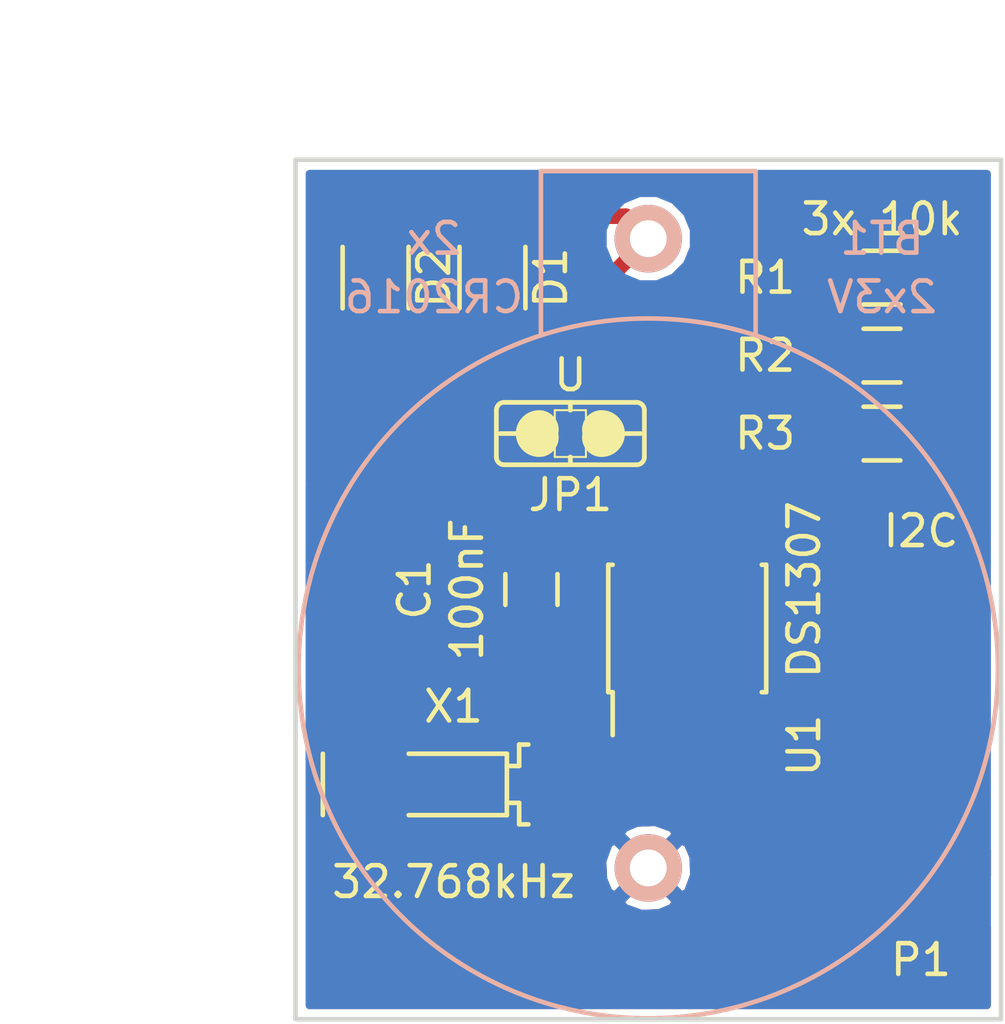
<source format=kicad_pcb>
(kicad_pcb (version 4) (host pcbnew 0.201508170901+6097~28~ubuntu14.04.1-product)

  (general
    (links 23)
    (no_connects 0)
    (area -9.999999 -4.85 23.175001 28.245001)
    (thickness 1.6)
    (drawings 9)
    (tracks 51)
    (zones 0)
    (modules 11)
    (nets 11)
  )

  (page A4)
  (layers
    (0 F.Cu signal)
    (31 B.Cu signal)
    (32 B.Adhes user)
    (33 F.Adhes user)
    (34 B.Paste user)
    (35 F.Paste user)
    (36 B.SilkS user)
    (37 F.SilkS user)
    (38 B.Mask user)
    (39 F.Mask user)
    (40 Dwgs.User user)
    (41 Cmts.User user)
    (42 Eco1.User user)
    (43 Eco2.User user)
    (44 Edge.Cuts user)
    (45 Margin user)
    (46 B.CrtYd user)
    (47 F.CrtYd user)
    (48 B.Fab user)
    (49 F.Fab user)
  )

  (setup
    (last_trace_width 0.25)
    (user_trace_width 0.2032)
    (user_trace_width 0.254)
    (user_trace_width 0.3048)
    (user_trace_width 0.3556)
    (user_trace_width 0.4064)
    (user_trace_width 0.4572)
    (user_trace_width 0.508)
    (trace_clearance 0.2)
    (zone_clearance 0.254)
    (zone_45_only no)
    (trace_min 0.2032)
    (segment_width 0.2)
    (edge_width 0.15)
    (via_size 0.6)
    (via_drill 0.4)
    (via_min_size 0.5)
    (via_min_drill 0.3)
    (user_via 0.5 0.3)
    (user_via 0.6 0.4)
    (uvia_size 0.3)
    (uvia_drill 0.1)
    (uvias_allowed no)
    (uvia_min_size 0)
    (uvia_min_drill 0)
    (pcb_text_width 0.3)
    (pcb_text_size 1.5 1.5)
    (mod_edge_width 0.15)
    (mod_text_size 1 1)
    (mod_text_width 0.15)
    (pad_size 1.524 1.524)
    (pad_drill 0.762)
    (pad_to_mask_clearance 0.2)
    (aux_axis_origin 0 0)
    (visible_elements FFFFFFFF)
    (pcbplotparams
      (layerselection 0x010f0_80000001)
      (usegerberextensions false)
      (excludeedgelayer true)
      (linewidth 0.100000)
      (plotframeref false)
      (viasonmask false)
      (mode 1)
      (useauxorigin false)
      (hpglpennumber 1)
      (hpglpenspeed 20)
      (hpglpendiameter 15)
      (hpglpenoverlay 2)
      (psnegative false)
      (psa4output false)
      (plotreference true)
      (plotvalue true)
      (plotinvisibletext false)
      (padsonsilk false)
      (subtractmaskfromsilk false)
      (outputformat 1)
      (mirror false)
      (drillshape 0)
      (scaleselection 1)
      (outputdirectory Gerber/))
  )

  (net 0 "")
  (net 1 GND)
  (net 2 +BATT)
  (net 3 "Net-(C1-Pad1)")
  (net 4 VCC)
  (net 5 "Net-(P1-Pad2)")
  (net 6 "Net-(P1-Pad3)")
  (net 7 "Net-(P1-Pad4)")
  (net 8 "Net-(U1-Pad1)")
  (net 9 "Net-(U1-Pad2)")
  (net 10 "Net-(D1-Pad1)")

  (net_class Default "Dies ist die voreingestellte Netzklasse."
    (clearance 0.2)
    (trace_width 0.25)
    (via_dia 0.6)
    (via_drill 0.4)
    (uvia_dia 0.3)
    (uvia_drill 0.1)
    (add_net +BATT)
    (add_net GND)
    (add_net "Net-(C1-Pad1)")
    (add_net "Net-(D1-Pad1)")
    (add_net "Net-(P1-Pad2)")
    (add_net "Net-(P1-Pad3)")
    (add_net "Net-(P1-Pad4)")
    (add_net "Net-(U1-Pad1)")
    (add_net "Net-(U1-Pad2)")
    (add_net VCC)
  )

  (module KZH-20:KZH-20 (layer B.Cu) (tedit 57534A82) (tstamp 573CB3C0)
    (at 11.5 2.57 90)
    (path /573CB2A4)
    (fp_text reference BT1 (at 0 7.62 360) (layer B.SilkS)
      (effects (font (size 1 1) (thickness 0.15)) (justify mirror))
    )
    (fp_text value 2x3V (at -1.905 7.62 180) (layer B.SilkS)
      (effects (font (size 1 1) (thickness 0.15)) (justify mirror))
    )
    (fp_line (start 2.2 -3.5) (end -3.1 -3.5) (layer B.SilkS) (width 0.15))
    (fp_line (start 2.2 3.5) (end -3.1 3.5) (layer B.SilkS) (width 0.15))
    (fp_line (start 2.2 3.5) (end 2.2 -3.5) (layer B.SilkS) (width 0.15))
    (fp_circle (center -14 0) (end -25.4 0) (layer B.SilkS) (width 0.15))
    (pad 2 thru_hole circle (at -20.5 0 90) (size 2.2 2.2) (drill 1.2) (layers *.Cu *.Mask B.SilkS)
      (net 1 GND))
    (pad 1 thru_hole circle (at 0 0 90) (size 2.2 2.2) (drill 1.2) (layers *.Cu *.Mask B.SilkS)
      (net 2 +BATT))
  )

  (module Capacitors_SMD:C_0805_HandSoldering (layer F.Cu) (tedit 57534862) (tstamp 573CB3C6)
    (at 7.69 14 270)
    (descr "Capacitor SMD 0805, hand soldering")
    (tags "capacitor 0805")
    (path /573C9939)
    (attr smd)
    (fp_text reference C1 (at 0 3.81 270) (layer F.SilkS)
      (effects (font (size 1 1) (thickness 0.15)))
    )
    (fp_text value 100nF (at 0 2.1 270) (layer F.SilkS)
      (effects (font (size 1 1) (thickness 0.15)))
    )
    (fp_line (start -2.3 -1) (end 2.3 -1) (layer F.CrtYd) (width 0.05))
    (fp_line (start -2.3 1) (end 2.3 1) (layer F.CrtYd) (width 0.05))
    (fp_line (start -2.3 -1) (end -2.3 1) (layer F.CrtYd) (width 0.05))
    (fp_line (start 2.3 -1) (end 2.3 1) (layer F.CrtYd) (width 0.05))
    (fp_line (start 0.5 -0.85) (end -0.5 -0.85) (layer F.SilkS) (width 0.15))
    (fp_line (start -0.5 0.85) (end 0.5 0.85) (layer F.SilkS) (width 0.15))
    (pad 1 smd rect (at -1.25 0 270) (size 1.5 1.25) (layers F.Cu F.Paste F.Mask)
      (net 3 "Net-(C1-Pad1)"))
    (pad 2 smd rect (at 1.25 0 270) (size 1.5 1.25) (layers F.Cu F.Paste F.Mask)
      (net 1 GND))
    (model Capacitors_SMD.3dshapes/C_0805_HandSoldering.wrl
      (at (xyz 0 0 0))
      (scale (xyz 1 1 1))
      (rotate (xyz 0 0 0))
    )
  )

  (module Resistors_SMD:R_0805_HandSoldering (layer F.Cu) (tedit 57534A1D) (tstamp 573CB3DB)
    (at 19.12 3.84 180)
    (descr "Resistor SMD 0805, hand soldering")
    (tags "resistor 0805")
    (path /573C9691)
    (attr smd)
    (fp_text reference R1 (at 3.81 0 180) (layer F.SilkS)
      (effects (font (size 1 1) (thickness 0.15)))
    )
    (fp_text value 10k (at 0 0 180) (layer F.Fab)
      (effects (font (size 1 1) (thickness 0.15)))
    )
    (fp_line (start -2.4 -1) (end 2.4 -1) (layer F.CrtYd) (width 0.05))
    (fp_line (start -2.4 1) (end 2.4 1) (layer F.CrtYd) (width 0.05))
    (fp_line (start -2.4 -1) (end -2.4 1) (layer F.CrtYd) (width 0.05))
    (fp_line (start 2.4 -1) (end 2.4 1) (layer F.CrtYd) (width 0.05))
    (fp_line (start 0.6 0.875) (end -0.6 0.875) (layer F.SilkS) (width 0.15))
    (fp_line (start -0.6 -0.875) (end 0.6 -0.875) (layer F.SilkS) (width 0.15))
    (pad 1 smd rect (at -1.35 0 180) (size 1.5 1.3) (layers F.Cu F.Paste F.Mask)
      (net 4 VCC))
    (pad 2 smd rect (at 1.35 0 180) (size 1.5 1.3) (layers F.Cu F.Paste F.Mask)
      (net 7 "Net-(P1-Pad4)"))
    (model Resistors_SMD.3dshapes/R_0805_HandSoldering.wrl
      (at (xyz 0 0 0))
      (scale (xyz 1 1 1))
      (rotate (xyz 0 0 0))
    )
  )

  (module Resistors_SMD:R_0805_HandSoldering (layer F.Cu) (tedit 57534A1A) (tstamp 573CB3E1)
    (at 19.12 6.38 180)
    (descr "Resistor SMD 0805, hand soldering")
    (tags "resistor 0805")
    (path /573C966D)
    (attr smd)
    (fp_text reference R2 (at 3.81 0 180) (layer F.SilkS)
      (effects (font (size 1 1) (thickness 0.15)))
    )
    (fp_text value 10k (at 0 0 180) (layer F.Fab)
      (effects (font (size 1 1) (thickness 0.15)))
    )
    (fp_line (start -2.4 -1) (end 2.4 -1) (layer F.CrtYd) (width 0.05))
    (fp_line (start -2.4 1) (end 2.4 1) (layer F.CrtYd) (width 0.05))
    (fp_line (start -2.4 -1) (end -2.4 1) (layer F.CrtYd) (width 0.05))
    (fp_line (start 2.4 -1) (end 2.4 1) (layer F.CrtYd) (width 0.05))
    (fp_line (start 0.6 0.875) (end -0.6 0.875) (layer F.SilkS) (width 0.15))
    (fp_line (start -0.6 -0.875) (end 0.6 -0.875) (layer F.SilkS) (width 0.15))
    (pad 1 smd rect (at -1.35 0 180) (size 1.5 1.3) (layers F.Cu F.Paste F.Mask)
      (net 4 VCC))
    (pad 2 smd rect (at 1.35 0 180) (size 1.5 1.3) (layers F.Cu F.Paste F.Mask)
      (net 6 "Net-(P1-Pad3)"))
    (model Resistors_SMD.3dshapes/R_0805_HandSoldering.wrl
      (at (xyz 0 0 0))
      (scale (xyz 1 1 1))
      (rotate (xyz 0 0 0))
    )
  )

  (module Resistors_SMD:R_0805_HandSoldering (layer F.Cu) (tedit 57534A17) (tstamp 573CB3E7)
    (at 19.12 8.92 180)
    (descr "Resistor SMD 0805, hand soldering")
    (tags "resistor 0805")
    (path /573C95EE)
    (attr smd)
    (fp_text reference R3 (at 3.81 0 180) (layer F.SilkS)
      (effects (font (size 1 1) (thickness 0.15)))
    )
    (fp_text value 10k (at 0 0 180) (layer F.Fab)
      (effects (font (size 1 1) (thickness 0.15)))
    )
    (fp_line (start -2.4 -1) (end 2.4 -1) (layer F.CrtYd) (width 0.05))
    (fp_line (start -2.4 1) (end 2.4 1) (layer F.CrtYd) (width 0.05))
    (fp_line (start -2.4 -1) (end -2.4 1) (layer F.CrtYd) (width 0.05))
    (fp_line (start 2.4 -1) (end 2.4 1) (layer F.CrtYd) (width 0.05))
    (fp_line (start 0.6 0.875) (end -0.6 0.875) (layer F.SilkS) (width 0.15))
    (fp_line (start -0.6 -0.875) (end 0.6 -0.875) (layer F.SilkS) (width 0.15))
    (pad 1 smd rect (at -1.35 0 180) (size 1.5 1.3) (layers F.Cu F.Paste F.Mask)
      (net 4 VCC))
    (pad 2 smd rect (at 1.35 0 180) (size 1.5 1.3) (layers F.Cu F.Paste F.Mask)
      (net 5 "Net-(P1-Pad2)"))
    (model Resistors_SMD.3dshapes/R_0805_HandSoldering.wrl
      (at (xyz 0 0 0))
      (scale (xyz 1 1 1))
      (rotate (xyz 0 0 0))
    )
  )

  (module Housings_SOIC:SOIC-8_3.9x4.9mm_Pitch1.27mm (layer F.Cu) (tedit 5753481D) (tstamp 573CB3F3)
    (at 12.77 15.27 90)
    (descr "8-Lead Plastic Small Outline (SN) - Narrow, 3.90 mm Body [SOIC] (see Microchip Packaging Specification 00000049BS.pdf)")
    (tags "SOIC 1.27")
    (path /573C94F0)
    (attr smd)
    (fp_text reference U1 (at -3.81 3.81 90) (layer F.SilkS)
      (effects (font (size 1 1) (thickness 0.15)))
    )
    (fp_text value DS1307 (at 1.27 3.81 90) (layer F.SilkS)
      (effects (font (size 1 1) (thickness 0.15)))
    )
    (fp_line (start -3.75 -2.75) (end -3.75 2.75) (layer F.CrtYd) (width 0.05))
    (fp_line (start 3.75 -2.75) (end 3.75 2.75) (layer F.CrtYd) (width 0.05))
    (fp_line (start -3.75 -2.75) (end 3.75 -2.75) (layer F.CrtYd) (width 0.05))
    (fp_line (start -3.75 2.75) (end 3.75 2.75) (layer F.CrtYd) (width 0.05))
    (fp_line (start -2.075 -2.575) (end -2.075 -2.43) (layer F.SilkS) (width 0.15))
    (fp_line (start 2.075 -2.575) (end 2.075 -2.43) (layer F.SilkS) (width 0.15))
    (fp_line (start 2.075 2.575) (end 2.075 2.43) (layer F.SilkS) (width 0.15))
    (fp_line (start -2.075 2.575) (end -2.075 2.43) (layer F.SilkS) (width 0.15))
    (fp_line (start -2.075 -2.575) (end 2.075 -2.575) (layer F.SilkS) (width 0.15))
    (fp_line (start -2.075 2.575) (end 2.075 2.575) (layer F.SilkS) (width 0.15))
    (fp_line (start -2.075 -2.43) (end -3.475 -2.43) (layer F.SilkS) (width 0.15))
    (pad 1 smd rect (at -2.7 -1.905 90) (size 1.55 0.6) (layers F.Cu F.Paste F.Mask)
      (net 8 "Net-(U1-Pad1)"))
    (pad 2 smd rect (at -2.7 -0.635 90) (size 1.55 0.6) (layers F.Cu F.Paste F.Mask)
      (net 9 "Net-(U1-Pad2)"))
    (pad 3 smd rect (at -2.7 0.635 90) (size 1.55 0.6) (layers F.Cu F.Paste F.Mask)
      (net 1 GND))
    (pad 4 smd rect (at -2.7 1.905 90) (size 1.55 0.6) (layers F.Cu F.Paste F.Mask)
      (net 1 GND))
    (pad 5 smd rect (at 2.7 1.905 90) (size 1.55 0.6) (layers F.Cu F.Paste F.Mask)
      (net 5 "Net-(P1-Pad2)"))
    (pad 6 smd rect (at 2.7 0.635 90) (size 1.55 0.6) (layers F.Cu F.Paste F.Mask)
      (net 6 "Net-(P1-Pad3)"))
    (pad 7 smd rect (at 2.7 -0.635 90) (size 1.55 0.6) (layers F.Cu F.Paste F.Mask)
      (net 7 "Net-(P1-Pad4)"))
    (pad 8 smd rect (at 2.7 -1.905 90) (size 1.55 0.6) (layers F.Cu F.Paste F.Mask)
      (net 3 "Net-(C1-Pad1)"))
    (model Housings_SOIC.3dshapes/SOIC-8_3.9x4.9mm_Pitch1.27mm.wrl
      (at (xyz 0 0 0))
      (scale (xyz 1 1 1))
      (rotate (xyz 0 0 0))
    )
  )

  (module MS1V-T1K:MS1V-T1K (layer F.Cu) (tedit 57534838) (tstamp 573CB3FA)
    (at 7.69 20.35)
    (path /573CB5EB)
    (fp_text reference X1 (at -2.54 -2.54 180) (layer F.SilkS)
      (effects (font (size 1 1) (thickness 0.15)))
    )
    (fp_text value 32.768kHz (at -2.54 3.175) (layer F.SilkS)
      (effects (font (size 1 1) (thickness 0.15)))
    )
    (fp_line (start -0.1 1.3) (end -0.4 1.3) (layer F.SilkS) (width 0.15))
    (fp_line (start -0.4 1.3) (end -0.4 0.6) (layer F.SilkS) (width 0.15))
    (fp_line (start -0.4 0.6) (end -0.8 0.6) (layer F.SilkS) (width 0.15))
    (fp_line (start -0.1 -1.3) (end -0.4 -1.3) (layer F.SilkS) (width 0.15))
    (fp_line (start -0.4 -1.3) (end -0.4 -0.6) (layer F.SilkS) (width 0.15))
    (fp_line (start -0.4 -0.6) (end -0.8 -0.6) (layer F.SilkS) (width 0.15))
    (fp_line (start -0.8 -1) (end -0.8 1) (layer F.SilkS) (width 0.15))
    (fp_line (start -4 1) (end -0.8 1) (layer F.SilkS) (width 0.15))
    (fp_line (start -4 -1) (end -0.8 -1) (layer F.SilkS) (width 0.15))
    (fp_line (start -6.8 -1) (end -6.8 1) (layer F.SilkS) (width 0.15))
    (pad 1 smd rect (at 0.8 1.3) (size 1.6 1) (layers F.Cu F.Paste F.Mask)
      (net 9 "Net-(U1-Pad2)"))
    (pad 2 smd rect (at 0.8 -1.3) (size 1.6 1) (layers F.Cu F.Paste F.Mask)
      (net 8 "Net-(U1-Pad1)"))
    (pad 3 smd rect (at -5.45 0) (size 2.5 3) (layers F.Cu F.Paste F.Mask)
      (net 1 GND))
  )

  (module SMD:SMD_05-4mm (layer F.Cu) (tedit 575347EF) (tstamp 57533283)
    (at 20.39 14)
    (path /573CA839)
    (fp_text reference P1 (at 0 12.065) (layer F.SilkS)
      (effects (font (size 1 1) (thickness 0.15)))
    )
    (fp_text value I2C (at 0 -1.905) (layer F.SilkS)
      (effects (font (size 1 1) (thickness 0.15)))
    )
    (pad 5 connect rect (at 0 10.16) (size 4 1) (layers F.Cu F.Mask)
      (net 1 GND))
    (pad 4 connect rect (at 0 7.62) (size 4 1) (layers F.Cu F.Mask)
      (net 7 "Net-(P1-Pad4)"))
    (pad 3 connect rect (at 0 5.08) (size 4 1) (layers F.Cu F.Mask)
      (net 6 "Net-(P1-Pad3)"))
    (pad 2 connect rect (at 0 2.54) (size 4 1) (layers F.Cu F.Mask)
      (net 5 "Net-(P1-Pad2)"))
    (pad 1 connect rect (at 0 0) (size 4 1) (layers F.Cu F.Mask)
      (net 4 VCC))
  )

  (module Footprints:SJ_2 (layer F.Cu) (tedit 57534C95) (tstamp 57533496)
    (at 8.96 8.92 180)
    (descr "SOLDER JUMPER")
    (tags "SOLDER JUMPER")
    (path /57526D20)
    (attr smd)
    (fp_text reference JP1 (at 0 -2 180) (layer F.SilkS)
      (effects (font (size 1 1) (thickness 0.15)))
    )
    (fp_text value U (at 0 1.905 180) (layer F.SilkS)
      (effects (font (size 1 1) (thickness 0.15)))
    )
    (fp_line (start -0.508 0.762) (end 0.508 0.762) (layer F.SilkS) (width 0.06604))
    (fp_line (start 0.508 0.762) (end 0.508 -0.762) (layer F.SilkS) (width 0.06604))
    (fp_line (start -0.508 -0.762) (end 0.508 -0.762) (layer F.SilkS) (width 0.06604))
    (fp_line (start -0.508 0.762) (end -0.508 -0.762) (layer F.SilkS) (width 0.06604))
    (fp_line (start 2.159 1.016) (end -2.159 1.016) (layer F.SilkS) (width 0.1524))
    (fp_line (start 2.413 0.762) (end 2.413 -0.762) (layer F.SilkS) (width 0.1524))
    (fp_line (start -2.413 0.762) (end -2.413 -0.762) (layer F.SilkS) (width 0.1524))
    (fp_line (start -2.159 -1.016) (end 2.159 -1.016) (layer F.SilkS) (width 0.1524))
    (fp_line (start 1.778 0) (end 2.286 0) (layer F.SilkS) (width 0.1524))
    (fp_line (start -1.778 0) (end -2.286 0) (layer F.SilkS) (width 0.1524))
    (fp_line (start 0 -0.762) (end 0 -1.016) (layer F.SilkS) (width 0.1524))
    (fp_line (start 0 1.016) (end 0 0.762) (layer F.SilkS) (width 0.1524))
    (fp_arc (start 2.159 -0.762) (end 2.159 -1.016) (angle 90) (layer F.SilkS) (width 0.1524))
    (fp_arc (start -2.159 -0.762) (end -2.413 -0.762) (angle 90) (layer F.SilkS) (width 0.1524))
    (fp_arc (start -2.159 0.762) (end -2.159 1.016) (angle 90) (layer F.SilkS) (width 0.1524))
    (fp_arc (start 2.159 0.762) (end 2.413 0.762) (angle 90) (layer F.SilkS) (width 0.1524))
    (fp_arc (start 1.016 0) (end 1.016 -0.127) (angle 180) (layer F.SilkS) (width 1.27))
    (fp_arc (start -1.016 0) (end -1.016 0.127) (angle 180) (layer F.SilkS) (width 1.27))
    (pad 1 smd rect (at -1.524 0 180) (size 1.1684 1.6002) (layers F.Cu F.Paste F.Mask)
      (net 2 +BATT))
    (pad 2 smd rect (at 0 0 180) (size 1.1684 1.6002) (layers F.Cu F.Paste F.Mask)
      (net 10 "Net-(D1-Pad1)"))
    (pad 3 smd rect (at 1.524 0 180) (size 1.1684 1.6002) (layers F.Cu F.Paste F.Mask)
      (net 3 "Net-(C1-Pad1)"))
  )

  (module Resistors_SMD:R_1206_HandSoldering (layer F.Cu) (tedit 575349BD) (tstamp 57533F45)
    (at 6.42 3.84 90)
    (descr "Resistor SMD 1206, hand soldering")
    (tags "resistor 1206")
    (path /573CA5BE)
    (attr smd)
    (fp_text reference D1 (at 0 1.905 270) (layer F.SilkS)
      (effects (font (size 1 1) (thickness 0.15)))
    )
    (fp_text value 0.7V (at 0 0 90) (layer F.Fab)
      (effects (font (size 1 1) (thickness 0.15)))
    )
    (fp_line (start -3.3 -1.2) (end 3.3 -1.2) (layer F.CrtYd) (width 0.05))
    (fp_line (start -3.3 1.2) (end 3.3 1.2) (layer F.CrtYd) (width 0.05))
    (fp_line (start -3.3 -1.2) (end -3.3 1.2) (layer F.CrtYd) (width 0.05))
    (fp_line (start 3.3 -1.2) (end 3.3 1.2) (layer F.CrtYd) (width 0.05))
    (fp_line (start 1 1.075) (end -1 1.075) (layer F.SilkS) (width 0.15))
    (fp_line (start -1 -1.075) (end 1 -1.075) (layer F.SilkS) (width 0.15))
    (pad 1 smd rect (at -2 0 90) (size 2 1.7) (layers F.Cu F.Paste F.Mask)
      (net 10 "Net-(D1-Pad1)"))
    (pad 2 smd rect (at 2 0 90) (size 2 1.7) (layers F.Cu F.Paste F.Mask)
      (net 2 +BATT))
    (model Resistors_SMD.3dshapes/R_1206_HandSoldering.wrl
      (at (xyz 0 0 0))
      (scale (xyz 1 1 1))
      (rotate (xyz 0 0 0))
    )
  )

  (module Resistors_SMD:R_1206_HandSoldering (layer F.Cu) (tedit 575349C1) (tstamp 57533F4A)
    (at 2.61 3.84 90)
    (descr "Resistor SMD 1206, hand soldering")
    (tags "resistor 1206")
    (path /574F2753)
    (attr smd)
    (fp_text reference D2 (at 0 1.905 270) (layer F.SilkS)
      (effects (font (size 1 1) (thickness 0.15)))
    )
    (fp_text value 0.7V (at 0 0 90) (layer F.Fab)
      (effects (font (size 1 1) (thickness 0.15)))
    )
    (fp_line (start -3.3 -1.2) (end 3.3 -1.2) (layer F.CrtYd) (width 0.05))
    (fp_line (start -3.3 1.2) (end 3.3 1.2) (layer F.CrtYd) (width 0.05))
    (fp_line (start -3.3 -1.2) (end -3.3 1.2) (layer F.CrtYd) (width 0.05))
    (fp_line (start 3.3 -1.2) (end 3.3 1.2) (layer F.CrtYd) (width 0.05))
    (fp_line (start 1 1.075) (end -1 1.075) (layer F.SilkS) (width 0.15))
    (fp_line (start -1 -1.075) (end 1 -1.075) (layer F.SilkS) (width 0.15))
    (pad 1 smd rect (at -2 0 90) (size 2 1.7) (layers F.Cu F.Paste F.Mask)
      (net 3 "Net-(C1-Pad1)"))
    (pad 2 smd rect (at 2 0 90) (size 2 1.7) (layers F.Cu F.Paste F.Mask)
      (net 10 "Net-(D1-Pad1)"))
    (model Resistors_SMD.3dshapes/R_1206_HandSoldering.wrl
      (at (xyz 0 0 0))
      (scale (xyz 1 1 1))
      (rotate (xyz 0 0 0))
    )
  )

  (dimension 28 (width 0.3) (layer Eco1.User)
    (gr_text "28,000 mm" (at -3.35 14 90) (layer Eco1.User) (tstamp 57545753)
      (effects (font (size 1.5 1.5) (thickness 0.3)))
    )
    (feature1 (pts (xy 0 0) (xy -4.7 0)))
    (feature2 (pts (xy 0 28) (xy -4.7 28)))
    (crossbar (pts (xy -2 28) (xy -2 0)))
    (arrow1a (pts (xy -2 0) (xy -1.413579 1.126504)))
    (arrow1b (pts (xy -2 0) (xy -2.586421 1.126504)))
    (arrow2a (pts (xy -2 28) (xy -1.413579 26.873496)))
    (arrow2b (pts (xy -2 28) (xy -2.586421 26.873496)))
  )
  (dimension 23 (width 0.3) (layer Eco1.User)
    (gr_text "23,000 mm" (at 11.5 -3.35) (layer Eco1.User)
      (effects (font (size 1.5 1.5) (thickness 0.3)))
    )
    (feature1 (pts (xy 23 0) (xy 23 -4.7)))
    (feature2 (pts (xy 0 0) (xy 0 -4.7)))
    (crossbar (pts (xy 0 -2) (xy 23 -2)))
    (arrow1a (pts (xy 23 -2) (xy 21.873496 -1.413579)))
    (arrow1b (pts (xy 23 -2) (xy 21.873496 -2.586421)))
    (arrow2a (pts (xy 0 -2) (xy 1.126504 -1.413579)))
    (arrow2b (pts (xy 0 -2) (xy 1.126504 -2.586421)))
  )
  (gr_line (start 0 28) (end 0 0) (angle 90) (layer Edge.Cuts) (width 0.15))
  (gr_line (start 23 28) (end 0 28) (angle 90) (layer Edge.Cuts) (width 0.15))
  (gr_line (start 23 0) (end 23 28) (angle 90) (layer Edge.Cuts) (width 0.15))
  (gr_line (start 0 0) (end 23 0) (angle 90) (layer Edge.Cuts) (width 0.15))
  (gr_text 2x (at 4.515 2.57) (layer B.SilkS)
    (effects (font (size 1 1) (thickness 0.15)) (justify mirror))
  )
  (gr_text CR2016 (at 4.515 4.475) (layer B.SilkS)
    (effects (font (size 1 1) (thickness 0.15)) (justify mirror))
  )
  (gr_text "3x 10k" (at 19.12 1.935) (layer F.SilkS)
    (effects (font (size 1 1) (thickness 0.15)))
  )

  (segment (start 6.42 1.84) (end 10.77 1.84) (width 0.508) (layer F.Cu) (net 2))
  (segment (start 10.77 1.84) (end 11.5 2.57) (width 0.508) (layer F.Cu) (net 2) (tstamp 575346A5))
  (segment (start 11.5 2.57) (end 10.484 3.586) (width 0.508) (layer F.Cu) (net 2))
  (segment (start 10.484 3.586) (end 10.484 8.92) (width 0.508) (layer F.Cu) (net 2) (tstamp 575346A0))
  (segment (start 7.436 8.92) (end 7.69 9.174) (width 0.508) (layer F.Cu) (net 3))
  (segment (start 7.69 9.174) (end 7.69 12.75) (width 0.508) (layer F.Cu) (net 3) (tstamp 57534223))
  (segment (start 2.61 5.84) (end 5.69 8.92) (width 0.508) (layer F.Cu) (net 3))
  (segment (start 5.69 8.92) (end 7.436 8.92) (width 0.508) (layer F.Cu) (net 3) (tstamp 57534220))
  (segment (start 10.865 12.57) (end 7.87 12.57) (width 0.508) (layer F.Cu) (net 3))
  (segment (start 7.87 12.57) (end 7.69 12.75) (width 0.508) (layer F.Cu) (net 3) (tstamp 5753418E))
  (segment (start 20.47 3.84) (end 20.47 6.38) (width 0.508) (layer F.Cu) (net 4))
  (segment (start 20.47 6.38) (end 20.47 8.92) (width 0.508) (layer F.Cu) (net 4) (tstamp 57534146))
  (segment (start 20.47 8.92) (end 20.39 9) (width 0.508) (layer F.Cu) (net 4) (tstamp 57534147))
  (segment (start 20.39 9) (end 20.39 14) (width 0.508) (layer F.Cu) (net 4) (tstamp 57534148))
  (segment (start 14.675 12.57) (end 14.675 10.19) (width 0.508) (layer F.Cu) (net 5))
  (segment (start 15.945 8.92) (end 17.77 8.92) (width 0.508) (layer F.Cu) (net 5) (tstamp 57534131))
  (segment (start 14.675 10.19) (end 15.945 8.92) (width 0.508) (layer F.Cu) (net 5) (tstamp 5753412A))
  (segment (start 20.39 16.54) (end 17.85 16.54) (width 0.508) (layer F.Cu) (net 5))
  (segment (start 14.675 13.365) (end 14.675 12.57) (width 0.508) (layer F.Cu) (net 5) (tstamp 575340E7))
  (segment (start 17.85 16.54) (end 14.675 13.365) (width 0.508) (layer F.Cu) (net 5) (tstamp 575340E6))
  (segment (start 20.39 19.08) (end 17.85 19.08) (width 0.508) (layer F.Cu) (net 6))
  (segment (start 17.215 18.445) (end 17.215 17.175) (width 0.508) (layer F.Cu) (net 6) (tstamp 575345D0))
  (segment (start 17.85 19.08) (end 17.215 18.445) (width 0.508) (layer F.Cu) (net 6) (tstamp 575345CD))
  (segment (start 19.12 19.08) (end 20.39 19.08) (width 0.508) (layer F.Cu) (net 6) (tstamp 5753458C))
  (segment (start 13.405 12.57) (end 13.405 8.285) (width 0.508) (layer F.Cu) (net 6))
  (segment (start 15.31 6.38) (end 17.77 6.38) (width 0.508) (layer F.Cu) (net 6) (tstamp 57534139))
  (segment (start 13.405 8.285) (end 15.31 6.38) (width 0.508) (layer F.Cu) (net 6) (tstamp 57534135))
  (segment (start 13.405 13.365) (end 13.405 12.57) (width 0.508) (layer F.Cu) (net 6) (tstamp 575340ED))
  (segment (start 17.215 17.175) (end 13.405 13.365) (width 0.508) (layer F.Cu) (net 6) (tstamp 575340EC))
  (segment (start 20.39 21.62) (end 17.85 21.62) (width 0.508) (layer F.Cu) (net 7))
  (segment (start 15.945 19.715) (end 15.945 19.08) (width 0.508) (layer F.Cu) (net 7) (tstamp 575345C6))
  (segment (start 17.85 21.62) (end 15.945 19.715) (width 0.508) (layer F.Cu) (net 7) (tstamp 575345C4))
  (segment (start 20.39 21.62) (end 18.485 21.62) (width 0.508) (layer F.Cu) (net 7))
  (segment (start 12.135 12.57) (end 12.135 6.38) (width 0.508) (layer F.Cu) (net 7))
  (segment (start 14.675 3.84) (end 17.77 3.84) (width 0.508) (layer F.Cu) (net 7) (tstamp 5753411F))
  (segment (start 12.135 6.38) (end 14.675 3.84) (width 0.508) (layer F.Cu) (net 7) (tstamp 5753411B))
  (segment (start 15.945 17.175) (end 13.405 14.635) (width 0.508) (layer F.Cu) (net 7))
  (segment (start 13.405 14.635) (end 12.135 13.365) (width 0.508) (layer F.Cu) (net 7) (tstamp 575340F0))
  (segment (start 12.135 13.365) (end 12.135 12.57) (width 0.508) (layer F.Cu) (net 7) (tstamp 575340F1))
  (segment (start 15.945 19.08) (end 15.945 17.175) (width 0.508) (layer F.Cu) (net 7) (tstamp 575345BD))
  (segment (start 10.865 17.97) (end 9.785 19.05) (width 0.508) (layer F.Cu) (net 8))
  (segment (start 9.785 19.05) (end 8.49 19.05) (width 0.508) (layer F.Cu) (net 8) (tstamp 575341E7))
  (segment (start 12.135 17.97) (end 12.135 19.715) (width 0.508) (layer F.Cu) (net 9))
  (segment (start 10.2 21.65) (end 8.49 21.65) (width 0.508) (layer F.Cu) (net 9) (tstamp 575341F1))
  (segment (start 12.135 19.715) (end 10.2 21.65) (width 0.508) (layer F.Cu) (net 9) (tstamp 575341ED))
  (segment (start 6.42 5.84) (end 6.515 5.745) (width 0.508) (layer F.Cu) (net 10))
  (segment (start 6.515 5.745) (end 7.69 5.745) (width 0.508) (layer F.Cu) (net 10) (tstamp 57534213))
  (segment (start 8.96 7.015) (end 8.96 8.92) (width 0.508) (layer F.Cu) (net 10) (tstamp 57534218))
  (segment (start 7.69 5.745) (end 8.96 7.015) (width 0.508) (layer F.Cu) (net 10) (tstamp 57534216))
  (segment (start 2.61 1.84) (end 6.42 5.65) (width 0.508) (layer F.Cu) (net 10))
  (segment (start 6.42 5.65) (end 6.42 5.84) (width 0.508) (layer F.Cu) (net 10) (tstamp 57534210))

  (zone (net 1) (net_name GND) (layer B.Cu) (tstamp 5753D119) (hatch edge 0.508)
    (connect_pads (clearance 0.254))
    (min_thickness 0.254)
    (fill yes (arc_segments 16) (thermal_gap 0.254) (thermal_bridge_width 0.508))
    (polygon
      (pts
        (xy 0 0) (xy 23 0) (xy 23 28) (xy 0 28)
      )
    )
    (filled_polygon
      (pts
        (xy 22.544 27.544) (xy 0.456 27.544) (xy 0.456 24.156153) (xy 10.593452 24.156153) (xy 10.718325 24.361948)
        (xy 11.272234 24.562739) (xy 11.860818 24.536274) (xy 12.281675 24.361948) (xy 12.406548 24.156153) (xy 11.5 23.249605)
        (xy 10.593452 24.156153) (xy 0.456 24.156153) (xy 0.456 22.842234) (xy 10.007261 22.842234) (xy 10.033726 23.430818)
        (xy 10.208052 23.851675) (xy 10.413847 23.976548) (xy 11.320395 23.07) (xy 11.679605 23.07) (xy 12.586153 23.976548)
        (xy 12.791948 23.851675) (xy 12.992739 23.297766) (xy 12.966274 22.709182) (xy 12.791948 22.288325) (xy 12.586153 22.163452)
        (xy 11.679605 23.07) (xy 11.320395 23.07) (xy 10.413847 22.163452) (xy 10.208052 22.288325) (xy 10.007261 22.842234)
        (xy 0.456 22.842234) (xy 0.456 21.983847) (xy 10.593452 21.983847) (xy 11.5 22.890395) (xy 12.406548 21.983847)
        (xy 12.281675 21.778052) (xy 11.727766 21.577261) (xy 11.139182 21.603726) (xy 10.718325 21.778052) (xy 10.593452 21.983847)
        (xy 0.456 21.983847) (xy 0.456 2.863297) (xy 10.018743 2.863297) (xy 10.243737 3.407823) (xy 10.659985 3.824799)
        (xy 11.204118 4.050743) (xy 11.793297 4.051257) (xy 12.337823 3.826263) (xy 12.754799 3.410015) (xy 12.980743 2.865882)
        (xy 12.981257 2.276703) (xy 12.756263 1.732177) (xy 12.340015 1.315201) (xy 11.795882 1.089257) (xy 11.206703 1.088743)
        (xy 10.662177 1.313737) (xy 10.245201 1.729985) (xy 10.019257 2.274118) (xy 10.018743 2.863297) (xy 0.456 2.863297)
        (xy 0.456 0.456) (xy 22.544 0.456)
      )
    )
  )
  (zone (net 1) (net_name GND) (layer F.Cu) (tstamp 5753D12C) (hatch edge 0.508)
    (connect_pads (clearance 0.254))
    (min_thickness 0.254)
    (fill yes (arc_segments 16) (thermal_gap 0.254) (thermal_bridge_width 0.508))
    (polygon
      (pts
        (xy 0 28) (xy 0 10.5) (xy 23 10.5) (xy 23 28)
      )
    )
    (filled_polygon
      (pts
        (xy 7.055 11.613418) (xy 6.92381 11.638103) (xy 6.794135 11.721546) (xy 6.707141 11.848866) (xy 6.676536 12)
        (xy 6.676536 13.5) (xy 6.703103 13.64119) (xy 6.786546 13.770865) (xy 6.913866 13.857859) (xy 7.065 13.888464)
        (xy 8.315 13.888464) (xy 8.45619 13.861897) (xy 8.585865 13.778454) (xy 8.672859 13.651134) (xy 8.703464 13.5)
        (xy 8.703464 13.205) (xy 10.176536 13.205) (xy 10.176536 13.345) (xy 10.203103 13.48619) (xy 10.286546 13.615865)
        (xy 10.413866 13.702859) (xy 10.565 13.733464) (xy 11.165 13.733464) (xy 11.30619 13.706897) (xy 11.435865 13.623454)
        (xy 11.50053 13.528813) (xy 11.546926 13.600915) (xy 11.548336 13.608004) (xy 11.685987 13.814013) (xy 12.955987 15.084013)
        (xy 14.802 16.930025) (xy 14.802 17.843) (xy 14.822 17.843) (xy 14.822 18.097) (xy 14.802 18.097)
        (xy 14.802 19.03075) (xy 14.89725 19.126) (xy 15.050785 19.126) (xy 15.190819 19.067996) (xy 15.297996 18.96082)
        (xy 15.31 18.93184) (xy 15.31 19.715) (xy 15.358336 19.958004) (xy 15.495987 20.164013) (xy 17.400987 22.069013)
        (xy 17.606996 22.206664) (xy 17.85 22.255) (xy 18.026938 22.255) (xy 18.028103 22.26119) (xy 18.111546 22.390865)
        (xy 18.238866 22.477859) (xy 18.39 22.508464) (xy 22.39 22.508464) (xy 22.53119 22.481897) (xy 22.544 22.473654)
        (xy 22.544 23.311397) (xy 22.465786 23.279) (xy 20.61225 23.279) (xy 20.517 23.37425) (xy 20.517 24.033)
        (xy 20.537 24.033) (xy 20.537 24.287) (xy 20.517 24.287) (xy 20.517 24.94575) (xy 20.61225 25.041)
        (xy 22.465786 25.041) (xy 22.544 25.008603) (xy 22.544 27.544) (xy 0.456 27.544) (xy 0.456 24.156153)
        (xy 10.593452 24.156153) (xy 10.718325 24.361948) (xy 11.272234 24.562739) (xy 11.860818 24.536274) (xy 12.232662 24.38225)
        (xy 18.009 24.38225) (xy 18.009 24.735785) (xy 18.067004 24.875819) (xy 18.17418 24.982996) (xy 18.314214 25.041)
        (xy 20.16775 25.041) (xy 20.263 24.94575) (xy 20.263 24.287) (xy 18.10425 24.287) (xy 18.009 24.38225)
        (xy 12.232662 24.38225) (xy 12.281675 24.361948) (xy 12.406548 24.156153) (xy 11.5 23.249605) (xy 10.593452 24.156153)
        (xy 0.456 24.156153) (xy 0.456 20.57225) (xy 0.609 20.57225) (xy 0.609 21.925785) (xy 0.667004 22.065819)
        (xy 0.77418 22.172996) (xy 0.914214 22.231) (xy 2.01775 22.231) (xy 2.113 22.13575) (xy 2.113 20.477)
        (xy 2.367 20.477) (xy 2.367 22.13575) (xy 2.46225 22.231) (xy 3.565786 22.231) (xy 3.70582 22.172996)
        (xy 3.812996 22.065819) (xy 3.871 21.925785) (xy 3.871 20.57225) (xy 3.77575 20.477) (xy 2.367 20.477)
        (xy 2.113 20.477) (xy 0.70425 20.477) (xy 0.609 20.57225) (xy 0.456 20.57225) (xy 0.456 18.774215)
        (xy 0.609 18.774215) (xy 0.609 20.12775) (xy 0.70425 20.223) (xy 2.113 20.223) (xy 2.113 18.56425)
        (xy 2.367 18.56425) (xy 2.367 20.223) (xy 3.77575 20.223) (xy 3.871 20.12775) (xy 3.871 18.774215)
        (xy 3.812996 18.634181) (xy 3.728816 18.55) (xy 7.301536 18.55) (xy 7.301536 19.55) (xy 7.328103 19.69119)
        (xy 7.411546 19.820865) (xy 7.538866 19.907859) (xy 7.69 19.938464) (xy 9.29 19.938464) (xy 9.43119 19.911897)
        (xy 9.560865 19.828454) (xy 9.647859 19.701134) (xy 9.651126 19.685) (xy 9.785 19.685) (xy 10.028004 19.636664)
        (xy 10.234013 19.499013) (xy 10.599562 19.133464) (xy 11.165 19.133464) (xy 11.30619 19.106897) (xy 11.435865 19.023454)
        (xy 11.5 18.929589) (xy 11.5 19.451974) (xy 9.936974 21.015) (xy 9.653062 21.015) (xy 9.651897 21.00881)
        (xy 9.568454 20.879135) (xy 9.441134 20.792141) (xy 9.29 20.761536) (xy 7.69 20.761536) (xy 7.54881 20.788103)
        (xy 7.419135 20.871546) (xy 7.332141 20.998866) (xy 7.301536 21.15) (xy 7.301536 22.15) (xy 7.328103 22.29119)
        (xy 7.411546 22.420865) (xy 7.538866 22.507859) (xy 7.69 22.538464) (xy 9.29 22.538464) (xy 9.43119 22.511897)
        (xy 9.560865 22.428454) (xy 9.647859 22.301134) (xy 9.651126 22.285) (xy 10.2 22.285) (xy 10.220131 22.280996)
        (xy 10.208052 22.288325) (xy 10.007261 22.842234) (xy 10.033726 23.430818) (xy 10.208052 23.851675) (xy 10.413847 23.976548)
        (xy 11.320395 23.07) (xy 11.679605 23.07) (xy 12.586153 23.976548) (xy 12.791948 23.851675) (xy 12.888901 23.584215)
        (xy 18.009 23.584215) (xy 18.009 23.93775) (xy 18.10425 24.033) (xy 20.263 24.033) (xy 20.263 23.37425)
        (xy 20.16775 23.279) (xy 18.314214 23.279) (xy 18.17418 23.337004) (xy 18.067004 23.444181) (xy 18.009 23.584215)
        (xy 12.888901 23.584215) (xy 12.992739 23.297766) (xy 12.966274 22.709182) (xy 12.791948 22.288325) (xy 12.586153 22.163452)
        (xy 11.679605 23.07) (xy 11.320395 23.07) (xy 11.306253 23.055858) (xy 11.485858 22.876253) (xy 11.5 22.890395)
        (xy 12.406548 21.983847) (xy 12.281675 21.778052) (xy 11.727766 21.577261) (xy 11.144541 21.603485) (xy 12.584013 20.164013)
        (xy 12.721664 19.958004) (xy 12.77 19.715) (xy 12.77 18.93184) (xy 12.782004 18.96082) (xy 12.889181 19.067996)
        (xy 13.029215 19.126) (xy 13.18275 19.126) (xy 13.278 19.03075) (xy 13.278 18.097) (xy 13.532 18.097)
        (xy 13.532 19.03075) (xy 13.62725 19.126) (xy 13.780785 19.126) (xy 13.920819 19.067996) (xy 14.027996 18.96082)
        (xy 14.04 18.93184) (xy 14.052004 18.96082) (xy 14.159181 19.067996) (xy 14.299215 19.126) (xy 14.45275 19.126)
        (xy 14.548 19.03075) (xy 14.548 18.097) (xy 14.08925 18.097) (xy 14.04 18.14625) (xy 13.99075 18.097)
        (xy 13.532 18.097) (xy 13.278 18.097) (xy 13.258 18.097) (xy 13.258 17.843) (xy 13.278 17.843)
        (xy 13.278 16.90925) (xy 13.532 16.90925) (xy 13.532 17.843) (xy 13.99075 17.843) (xy 14.04 17.79375)
        (xy 14.08925 17.843) (xy 14.548 17.843) (xy 14.548 16.90925) (xy 14.45275 16.814) (xy 14.299215 16.814)
        (xy 14.159181 16.872004) (xy 14.052004 16.97918) (xy 14.04 17.00816) (xy 14.027996 16.97918) (xy 13.920819 16.872004)
        (xy 13.780785 16.814) (xy 13.62725 16.814) (xy 13.532 16.90925) (xy 13.278 16.90925) (xy 13.18275 16.814)
        (xy 13.029215 16.814) (xy 12.889181 16.872004) (xy 12.782004 16.97918) (xy 12.76903 17.010503) (xy 12.713454 16.924135)
        (xy 12.586134 16.837141) (xy 12.435 16.806536) (xy 11.835 16.806536) (xy 11.69381 16.833103) (xy 11.564135 16.916546)
        (xy 11.49947 17.011187) (xy 11.443454 16.924135) (xy 11.316134 16.837141) (xy 11.165 16.806536) (xy 10.565 16.806536)
        (xy 10.42381 16.833103) (xy 10.294135 16.916546) (xy 10.207141 17.043866) (xy 10.176536 17.195) (xy 10.176536 17.760438)
        (xy 9.603451 18.333523) (xy 9.568454 18.279135) (xy 9.441134 18.192141) (xy 9.29 18.161536) (xy 7.69 18.161536)
        (xy 7.54881 18.188103) (xy 7.419135 18.271546) (xy 7.332141 18.398866) (xy 7.301536 18.55) (xy 3.728816 18.55)
        (xy 3.70582 18.527004) (xy 3.565786 18.469) (xy 2.46225 18.469) (xy 2.367 18.56425) (xy 2.113 18.56425)
        (xy 2.01775 18.469) (xy 0.914214 18.469) (xy 0.77418 18.527004) (xy 0.667004 18.634181) (xy 0.609 18.774215)
        (xy 0.456 18.774215) (xy 0.456 15.47225) (xy 6.684 15.47225) (xy 6.684 16.075786) (xy 6.742004 16.21582)
        (xy 6.849181 16.322996) (xy 6.989215 16.381) (xy 7.46775 16.381) (xy 7.563 16.28575) (xy 7.563 15.377)
        (xy 7.817 15.377) (xy 7.817 16.28575) (xy 7.91225 16.381) (xy 8.390785 16.381) (xy 8.530819 16.322996)
        (xy 8.637996 16.21582) (xy 8.696 16.075786) (xy 8.696 15.47225) (xy 8.60075 15.377) (xy 7.817 15.377)
        (xy 7.563 15.377) (xy 6.77925 15.377) (xy 6.684 15.47225) (xy 0.456 15.47225) (xy 0.456 14.424214)
        (xy 6.684 14.424214) (xy 6.684 15.02775) (xy 6.77925 15.123) (xy 7.563 15.123) (xy 7.563 14.21425)
        (xy 7.817 14.21425) (xy 7.817 15.123) (xy 8.60075 15.123) (xy 8.696 15.02775) (xy 8.696 14.424214)
        (xy 8.637996 14.28418) (xy 8.530819 14.177004) (xy 8.390785 14.119) (xy 7.91225 14.119) (xy 7.817 14.21425)
        (xy 7.563 14.21425) (xy 7.46775 14.119) (xy 6.989215 14.119) (xy 6.849181 14.177004) (xy 6.742004 14.28418)
        (xy 6.684 14.424214) (xy 0.456 14.424214) (xy 0.456 10.627) (xy 7.055 10.627)
      )
    )
  )
)

</source>
